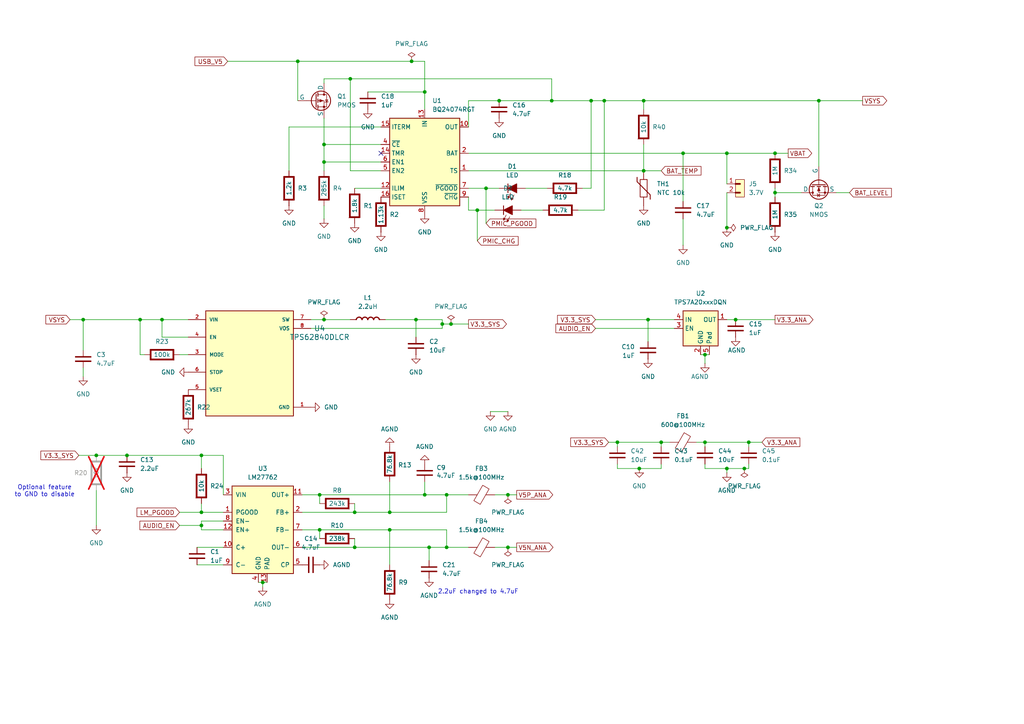
<source format=kicad_sch>
(kicad_sch (version 20231120) (generator "eeschema") (generator_version "8.0")
  (paper "A4")
  (lib_symbols
    (symbol "Battery_Management:BQ24074RGT"
      (property "Reference" "U" (at -8.89 13.97 0))
      (property "Value" "BQ24074RGT" (at 16.51 13.97 0))
      (symbol "BQ24074RGT_1_1"
        (pin passive line (at 12.7 -2.54 180) (length 2.54) (name "TS") (number "1"))
        (pin power_out line (at 12.7 10.16 180) (length 2.54) (name "OUT") (number "10"))
        (pin passive line (at 12.7 10.16 180) (length 2.54) hide (name "OUT") (number "11"))
        (pin passive line (at -12.7 -7.62 0) (length 2.54) (name "ILIM") (number "12"))
        (pin power_in line (at 0 15.24 270) (length 2.54) (name "IN") (number "13"))
        (pin input line (at -12.7 2.54 0) (length 2.54) (name "TMR") (number "14"))
        (pin input line (at -12.7 10.16 0) (length 2.54) (name "ITERM") (number "15"))
        (pin passive line (at -12.7 -10.16 0) (length 2.54) (name "ISET") (number "16"))
        (pin passive line (at 0 -15.24 90) (length 2.54) hide (name "VSS") (number "17"))
        (pin power_out line (at 12.7 2.54 180) (length 2.54) (name "BAT") (number "2"))
        (pin passive line (at 12.7 2.54 180) (length 2.54) hide (name "BAT") (number "3"))
        (pin input line (at -12.7 5.08 0) (length 2.54) (name "~{CE}") (number "4"))
        (pin input line (at -12.7 -2.54 0) (length 2.54) (name "EN2") (number "5"))
        (pin input line (at -12.7 0 0) (length 2.54) (name "EN1") (number "6"))
        (pin open_collector line (at 12.7 -7.62 180) (length 2.54) (name "~{PGOOD}") (number "7"))
        (pin power_in line (at 0 -15.24 90) (length 2.54) (name "VSS") (number "8"))
        (pin open_collector line (at 12.7 -10.16 180) (length 2.54) (name "~{CHG}") (number "9"))
      )
    )
    (symbol "Device:FerriteBead" (pin_numbers hide) (pin_names (offset 0))
      (property "Reference" "FB" (at -3.81 0.635 90))
      (property "Value" "FerriteBead" (at 3.81 0 90))
      (symbol "FerriteBead_1_1"
        (pin passive line (at 0 3.81 270) (length 2.54) (name "~") (number "1"))
        (pin passive line (at 0 -3.81 90) (length 2.54) (name "~") (number "2"))
      )
    )
    (symbol "Device:Thermistor" (pin_numbers hide) (pin_names (offset 0))
      (property "Reference" "TH" (at 2.54 1.27 90))
      (property "Value" "Thermistor" (at -2.54 0 90))
      (symbol "Thermistor_1_1"
        (pin passive line (at 0 5.08 270) (length 2.54) (name "~") (number "1"))
        (pin passive line (at 0 -5.08 90) (length 2.54) (name "~") (number "2"))
      )
    )
    (symbol "PCM_Elektuur:L" (pin_numbers hide) (pin_names (offset 0) hide)
      (property "Reference" "L" (at 2.54 3.175 0))
      (property "Value" "L" (at 2.54 -3.175 0))
      (symbol "L_1_0"
        (pin passive line (at 0 5.08 270) (length 1.5748) (name "+") (number "1"))
        (pin passive line (at 0 -5.08 90) (length 1.5748) (name "-") (number "2"))
      )
    )
    (symbol "PCM_Elektuur:R" (pin_numbers hide) (pin_names (offset 0) hide)
      (property "Reference" "R" (at 2.54 3.175 0))
      (property "Value" "R" (at 0 0 90))
      (symbol "R_1_1"
        (pin passive line (at 0 5.08 270) (length 1.651) (name "+") (number "1"))
        (pin passive line (at 0 -5.08 90) (length 1.651) (name "-") (number "2"))
      )
      (symbol "R_1_2"
        (pin passive line (at 0 5.08 270) (length 1.651) (name "+") (number "1"))
        (pin passive line (at 0 -5.08 90) (length 1.651) (name "-") (number "2"))
      )
      (symbol "R_1_3"
        (pin passive line (at 0 5.08 270) (length 1.6002) (name "+") (number "1"))
        (pin passive line (at 0 -5.08 90) (length 1.6002) (name "-") (number "2"))
      )
      (symbol "R_1_4"
        (pin passive line (at 0 5.08 270) (length 0.5334) (name "+") (number "1"))
        (pin passive line (at 0 -5.08 90) (length 0.5334) (name "-") (number "2"))
      )
    )
    (symbol "PCM_LED_AKL:LED_PLCC2_2.2x1.6" (pin_numbers hide) (pin_names (offset 1.016) hide)
      (property "Reference" "LED" (at 0 7.62 0))
      (property "Value" "LED_PLCC2_2.2x1.6" (at 0 5.08 0))
      (symbol "LED_PLCC2_2.2x1.6_1_1"
        (pin passive line (at 3.81 0 180) (length 2.54) (name "K") (number "1"))
        (pin passive line (at -3.81 0 0) (length 2.54) (name "A") (number "2"))
      )
      (symbol "LED_PLCC2_2.2x1.6_1_2"
        (pin passive line (at 2.54 2.54 180) (length 0) (name "K") (number "1"))
        (pin passive line (at -2.54 -2.54 0) (length 0) (name "A") (number "2"))
      )
    )
    (symbol "PCM_SL_Devices:Capacitor_NP"
      (property "Reference" "C" (at 0 6.35 0))
      (property "Value" "Capacitor_NP" (at 0 3.81 0))
      (symbol "Capacitor_NP_1_1"
        (pin passive line (at -2.54 0 0) (length 2) (name "~") (number "1"))
        (pin input line (at 2.54 0 180) (length 2) (name "~") (number "2"))
      )
    )
    (symbol "PCM_SL_Pin_Headers:PINHD_1x2_Male"
      (property "Reference" "J" (at 0 6.35 0))
      (property "Value" "PINHD_1x2_Male" (at 0 3.81 0))
      (symbol "PINHD_1x2_Male_1_1"
        (pin passive line (at -3.81 1.27 0) (length 2.54) (name "") (number "1"))
        (pin passive line (at -3.81 -1.27 0) (length 2.54) (name "") (number "2"))
      )
    )
    (symbol "Regulator_Linear:TPS7A20xxxDQN"
      (property "Reference" "U" (at -3.81 6.35 0))
      (property "Value" "TPS7A20xxxDQN" (at 6.35 6.35 0))
      (symbol "TPS7A20xxxDQN_0_1"
        (pin power_out line (at 7.62 2.54 180) (length 2.54) (name "OUT") (number "1"))
        (pin power_in line (at 0 -7.62 90) (length 2.54) (name "GND") (number "2"))
        (pin input line (at -7.62 0 0) (length 2.54) (name "EN") (number "3"))
        (pin power_in line (at -7.62 2.54 0) (length 2.54) (name "IN") (number "4"))
      )
      (symbol "TPS7A20xxxDQN_1_1"
        (pin passive line (at 2.54 -7.62 90) (length 2.54) (name "Pad") (number "5"))
      )
    )
    (symbol "Regulator_SwitchedCapacitor:LM27762" (pin_names (offset 1.016))
      (property "Reference" "U" (at -6.604 8.89 0))
      (property "Value" "LM27762" (at 6.096 8.89 0))
      (symbol "LM27762_1_1"
        (pin open_collector line (at -10.16 0 0) (length 2.54) (name "PGOOD") (number "1"))
        (pin passive line (at -10.16 -10.16 0) (length 2.54) (name "C+") (number "10"))
        (pin power_out line (at 12.7 5.08 180) (length 2.54) (name "OUT+") (number "11"))
        (pin input line (at -10.16 -5.08 0) (length 2.54) (name "EN+") (number "12"))
        (pin power_in line (at 2.54 -20.32 90) (length 2.54) (name "PAD") (number "13"))
        (pin input line (at 12.7 0 180) (length 2.54) (name "FB+") (number "2"))
        (pin power_in line (at -10.16 5.08 0) (length 2.54) (name "VIN") (number "3"))
        (pin power_in line (at 0 -20.32 90) (length 2.54) (name "GND") (number "4"))
        (pin passive line (at 12.7 -15.24 180) (length 2.54) (name "CP") (number "5"))
        (pin power_out line (at 12.7 -10.16 180) (length 2.54) (name "OUT-") (number "6"))
        (pin input line (at 12.7 -5.08 180) (length 2.54) (name "FB-") (number "7"))
        (pin input line (at -10.16 -2.54 0) (length 2.54) (name "EN-") (number "8"))
        (pin passive line (at -10.16 -15.24 0) (length 2.54) (name "C-") (number "9"))
      )
    )
    (symbol "Simulation_SPICE:NMOS" (pin_numbers hide) (pin_names (offset 0))
      (property "Reference" "Q" (at 5.08 1.27 0))
      (property "Value" "NMOS" (at 5.08 -1.27 0))
      (symbol "NMOS_1_1"
        (pin passive line (at 2.54 5.08 270) (length 2.54) (name "D") (number "1"))
        (pin input line (at -5.08 0 0) (length 2.54) (name "G") (number "2"))
        (pin passive line (at 2.54 -5.08 90) (length 2.54) (name "S") (number "3"))
      )
    )
    (symbol "Simulation_SPICE:PMOS" (pin_numbers hide) (pin_names (offset 0))
      (property "Reference" "Q" (at 5.08 1.27 0))
      (property "Value" "PMOS" (at 5.08 -1.27 0))
      (symbol "PMOS_1_1"
        (pin passive line (at 2.54 5.08 270) (length 2.54) (name "D") (number "1"))
        (pin input line (at -5.08 0 0) (length 2.54) (name "G") (number "2"))
        (pin passive line (at 2.54 -5.08 90) (length 2.54) (name "S") (number "3"))
      )
    )
    (symbol "power:GND" (power) (pin_numbers hide) (pin_names (offset 0) hide)
      (property "Value" "GND" (at 0 -3.81 0))
      (symbol "GND_1_1"
        (pin power_in line (at 0 0 270) (length 0) (name "~") (number "1"))
      )
    )
    (symbol "power:PWR_FLAG" (power) (pin_numbers hide) (pin_names (offset 0) hide)
      (property "Value" "PWR_FLAG" (at 0 3.81 0))
      (symbol "PWR_FLAG_0_0"
        (pin power_out line (at 0 0 90) (length 0) (name "~") (number "1"))
      )
    )
    (symbol "uwu:TPS62840DLCR" (pin_names (offset 1.016))
      (property "Reference" "U" (at -12.7 16.24 0))
      (property "Value" "TPS62840DLCR" (at -12.7 -19.24 0))
      (symbol "TPS62840DLCR_0_0"
        (pin power_in line (at 17.78 -12.7 180) (length 5.08) (name "GND") (number "1"))
        (pin power_in line (at -17.78 12.7 0) (length 5.08) (name "VIN") (number "2"))
        (pin input line (at -17.78 2.54 0) (length 5.08) (name "MODE") (number "3"))
        (pin input line (at -17.78 7.62 0) (length 5.08) (name "EN") (number "4"))
        (pin input line (at -17.78 -7.62 0) (length 5.08) (name "VSET") (number "5"))
        (pin input line (at -17.78 -2.54 0) (length 5.08) (name "STOP") (number "6"))
        (pin power_in line (at 17.78 12.7 180) (length 5.08) (name "SW") (number "7"))
        (pin input line (at 17.78 10.16 180) (length 5.08) (name "VOS") (number "8"))
      )
    )
  )
  (junction (at 123.19 143.51))
  (junction (at 175.26 29.21))
  (junction (at 186.69 49.53))
  (junction (at 24.13 92.71))
  (junction (at 224.79 44.45))
  (junction (at 102.87 148.59))
  (junction (at 93.98 41.91))
  (junction (at 86.36 17.78))
  (junction (at 36.83 132.08))
  (junction (at 102.87 158.75))
  (junction (at 185.42 135.89))
  (junction (at 113.03 148.59))
  (junction (at 237.49 29.21))
  (junction (at 76.2 168.91))
  (junction (at 179.07 128.27))
  (junction (at 171.45 29.21))
  (junction (at 120.65 92.71))
  (junction (at 217.17 128.27))
  (junction (at 224.79 55.88))
  (junction (at 113.03 153.67))
  (junction (at 140.97 54.61))
  (junction (at 215.9 135.89))
  (junction (at 40.64 92.71))
  (junction (at 213.36 92.71))
  (junction (at 147.32 158.75))
  (junction (at 124.46 158.75))
  (junction (at 210.82 44.45))
  (junction (at 191.77 128.27))
  (junction (at 92.71 153.67))
  (junction (at 210.82 135.89))
  (junction (at 198.12 44.45))
  (junction (at 210.82 66.04))
  (junction (at 58.42 132.08))
  (junction (at 92.71 143.51))
  (junction (at 187.96 92.71))
  (junction (at 204.47 128.27))
  (junction (at 93.98 92.71))
  (junction (at 147.32 143.51))
  (junction (at 101.6 22.86))
  (junction (at 128.27 93.98))
  (junction (at 119.38 17.78))
  (junction (at 204.47 102.87))
  (junction (at 138.43 60.96))
  (junction (at 160.02 29.21))
  (junction (at 186.69 29.21))
  (junction (at 130.81 93.98))
  (junction (at 123.19 26.67))
  (junction (at 129.54 143.51))
  (junction (at 58.42 148.59))
  (junction (at 129.54 158.75))
  (junction (at 46.99 92.71))
  (junction (at 93.98 46.99))
  (junction (at 58.42 152.4))
  (junction (at 27.94 132.08))
  (junction (at 144.78 29.21))
  (no_connect (at 110.49 44.45))
  (wire (pts (xy 52.07 152.4) (xy 58.42 152.4)))
  (wire (pts (xy 175.26 29.21) (xy 175.26 60.96)))
  (wire (pts (xy 40.64 102.87) (xy 41.91 102.87)))
  (wire (pts (xy 198.12 44.45) (xy 198.12 58.42)))
  (wire (pts (xy 186.69 29.21) (xy 237.49 29.21)))
  (wire (pts (xy 185.42 135.89) (xy 191.77 135.89)))
  (wire (pts (xy 143.51 158.75) (xy 147.32 158.75)))
  (wire (pts (xy 76.2 168.91) (xy 74.93 168.91)))
  (wire (pts (xy 128.27 93.98) (xy 128.27 95.25)))
  (wire (pts (xy 113.03 148.59) (xy 129.54 148.59)))
  (wire (pts (xy 113.03 153.67) (xy 129.54 153.67)))
  (wire (pts (xy 58.42 132.08) (xy 58.42 135.89)))
  (wire (pts (xy 179.07 135.89) (xy 185.42 135.89)))
  (wire (pts (xy 242.57 55.88) (xy 246.38 55.88)))
  (wire (pts (xy 138.43 60.96) (xy 143.51 60.96)))
  (wire (pts (xy 143.51 143.51) (xy 147.32 143.51)))
  (wire (pts (xy 210.82 44.45) (xy 224.79 44.45)))
  (wire (pts (xy 57.15 158.75) (xy 64.77 158.75)))
  (wire (pts (xy 123.19 26.67) (xy 123.19 17.78)))
  (wire (pts (xy 123.19 31.75) (xy 123.19 26.67)))
  (wire (pts (xy 191.77 128.27) (xy 191.77 129.54)))
  (wire (pts (xy 204.47 135.89) (xy 210.82 135.89)))
  (wire (pts (xy 191.77 135.89) (xy 191.77 134.62)))
  (wire (pts (xy 130.81 93.98) (xy 135.89 93.98)))
  (wire (pts (xy 92.71 153.67) (xy 113.03 153.67)))
  (wire (pts (xy 113.03 139.7) (xy 113.03 148.59)))
  (wire (pts (xy 210.82 135.89) (xy 215.9 135.89)))
  (wire (pts (xy 187.96 92.71) (xy 187.96 99.06)))
  (wire (pts (xy 224.79 55.88) (xy 232.41 55.88)))
  (wire (pts (xy 198.12 44.45) (xy 210.82 44.45)))
  (wire (pts (xy 210.82 55.88) (xy 210.82 66.04)))
  (wire (pts (xy 24.13 92.71) (xy 24.13 101.6)))
  (wire (pts (xy 186.69 41.91) (xy 186.69 49.53)))
  (wire (pts (xy 93.98 34.29) (xy 93.98 41.91)))
  (wire (pts (xy 151.13 60.96) (xy 157.48 60.96)))
  (wire (pts (xy 90.17 92.71) (xy 93.98 92.71)))
  (wire (pts (xy 120.65 92.71) (xy 120.65 97.79)))
  (wire (pts (xy 87.63 158.75) (xy 102.87 158.75)))
  (wire (pts (xy 58.42 132.08) (xy 64.77 132.08)))
  (wire (pts (xy 46.99 92.71) (xy 54.61 92.71)))
  (wire (pts (xy 123.19 143.51) (xy 129.54 143.51)))
  (wire (pts (xy 237.49 29.21) (xy 250.19 29.21)))
  (wire (pts (xy 86.36 17.78) (xy 119.38 17.78)))
  (wire (pts (xy 101.6 22.86) (xy 93.98 22.86)))
  (wire (pts (xy 111.76 92.71) (xy 120.65 92.71)))
  (wire (pts (xy 101.6 49.53) (xy 101.6 22.86)))
  (wire (pts (xy 93.98 46.99) (xy 110.49 46.99)))
  (wire (pts (xy 167.64 60.96) (xy 175.26 60.96)))
  (wire (pts (xy 204.47 128.27) (xy 217.17 128.27)))
  (wire (pts (xy 210.82 44.45) (xy 210.82 53.34)))
  (wire (pts (xy 40.64 92.71) (xy 46.99 92.71)))
  (wire (pts (xy 87.63 148.59) (xy 102.87 148.59)))
  (wire (pts (xy 86.36 17.78) (xy 86.36 29.21)))
  (wire (pts (xy 102.87 158.75) (xy 124.46 158.75)))
  (wire (pts (xy 24.13 106.68) (xy 24.13 109.22)))
  (wire (pts (xy 102.87 146.05) (xy 102.87 148.59)))
  (wire (pts (xy 93.98 92.71) (xy 101.6 92.71)))
  (wire (pts (xy 210.82 92.71) (xy 213.36 92.71)))
  (wire (pts (xy 128.27 93.98) (xy 128.27 92.71)))
  (wire (pts (xy 113.03 153.67) (xy 113.03 163.83)))
  (wire (pts (xy 138.43 60.96) (xy 135.89 60.96)))
  (wire (pts (xy 144.78 29.21) (xy 160.02 29.21)))
  (wire (pts (xy 135.89 49.53) (xy 186.69 49.53)))
  (wire (pts (xy 102.87 156.21) (xy 102.87 158.75)))
  (wire (pts (xy 204.47 102.87) (xy 205.74 102.87)))
  (wire (pts (xy 160.02 29.21) (xy 171.45 29.21)))
  (wire (pts (xy 83.82 36.83) (xy 83.82 49.53)))
  (wire (pts (xy 186.69 49.53) (xy 191.77 49.53)))
  (wire (pts (xy 172.72 92.71) (xy 187.96 92.71)))
  (wire (pts (xy 76.2 170.18) (xy 76.2 168.91)))
  (wire (pts (xy 52.07 148.59) (xy 58.42 148.59)))
  (wire (pts (xy 129.54 153.67) (xy 129.54 158.75)))
  (wire (pts (xy 224.79 54.61) (xy 224.79 55.88)))
  (wire (pts (xy 87.63 153.67) (xy 92.71 153.67)))
  (wire (pts (xy 93.98 22.86) (xy 93.98 24.13)))
  (wire (pts (xy 140.97 54.61) (xy 144.78 54.61)))
  (wire (pts (xy 147.32 143.51) (xy 149.86 143.51)))
  (wire (pts (xy 135.89 36.83) (xy 135.89 29.21)))
  (wire (pts (xy 124.46 158.75) (xy 129.54 158.75)))
  (wire (pts (xy 215.9 135.89) (xy 217.17 135.89)))
  (wire (pts (xy 66.04 17.78) (xy 86.36 17.78)))
  (wire (pts (xy 210.82 135.89) (xy 210.82 137.16)))
  (wire (pts (xy 135.89 29.21) (xy 144.78 29.21)))
  (wire (pts (xy 135.89 60.96) (xy 135.89 57.15)))
  (wire (pts (xy 204.47 128.27) (xy 204.47 129.54)))
  (wire (pts (xy 64.77 153.67) (xy 58.42 153.67)))
  (wire (pts (xy 179.07 134.62) (xy 179.07 135.89)))
  (wire (pts (xy 187.96 92.71) (xy 195.58 92.71)))
  (wire (pts (xy 40.64 102.87) (xy 40.64 92.71)))
  (wire (pts (xy 179.07 128.27) (xy 179.07 129.54)))
  (wire (pts (xy 93.98 41.91) (xy 93.98 46.99)))
  (wire (pts (xy 142.24 119.38) (xy 147.32 119.38)))
  (wire (pts (xy 179.07 128.27) (xy 191.77 128.27)))
  (wire (pts (xy 36.83 132.08) (xy 58.42 132.08)))
  (wire (pts (xy 224.79 44.45) (xy 228.6 44.45)))
  (wire (pts (xy 171.45 29.21) (xy 175.26 29.21)))
  (wire (pts (xy 92.71 143.51) (xy 92.71 146.05)))
  (wire (pts (xy 147.32 158.75) (xy 149.86 158.75)))
  (wire (pts (xy 106.68 26.67) (xy 123.19 26.67)))
  (wire (pts (xy 120.65 92.71) (xy 128.27 92.71)))
  (wire (pts (xy 90.17 95.25) (xy 128.27 95.25)))
  (wire (pts (xy 101.6 22.86) (xy 160.02 22.86)))
  (wire (pts (xy 58.42 146.05) (xy 58.42 148.59)))
  (wire (pts (xy 168.91 54.61) (xy 171.45 54.61)))
  (wire (pts (xy 217.17 128.27) (xy 217.17 129.54)))
  (wire (pts (xy 124.46 158.75) (xy 124.46 162.56)))
  (wire (pts (xy 160.02 22.86) (xy 160.02 29.21)))
  (wire (pts (xy 171.45 29.21) (xy 171.45 54.61)))
  (wire (pts (xy 58.42 153.67) (xy 58.42 152.4)))
  (wire (pts (xy 119.38 17.78) (xy 123.19 17.78)))
  (wire (pts (xy 204.47 102.87) (xy 204.47 105.41)))
  (wire (pts (xy 217.17 135.89) (xy 217.17 134.62)))
  (wire (pts (xy 138.43 60.96) (xy 138.43 69.85)))
  (wire (pts (xy 191.77 128.27) (xy 194.31 128.27)))
  (wire (pts (xy 140.97 54.61) (xy 140.97 64.77)))
  (wire (pts (xy 93.98 41.91) (xy 110.49 41.91)))
  (wire (pts (xy 58.42 151.13) (xy 64.77 151.13)))
  (wire (pts (xy 175.26 29.21) (xy 186.69 29.21)))
  (wire (pts (xy 128.27 93.98) (xy 130.81 93.98)))
  (wire (pts (xy 57.15 163.83) (xy 64.77 163.83)))
  (wire (pts (xy 64.77 143.51) (xy 64.77 132.08)))
  (wire (pts (xy 58.42 148.59) (xy 64.77 148.59)))
  (wire (pts (xy 152.4 54.61) (xy 158.75 54.61)))
  (wire (pts (xy 217.17 128.27) (xy 220.98 128.27)))
  (wire (pts (xy 198.12 63.5) (xy 198.12 71.12)))
  (wire (pts (xy 135.89 44.45) (xy 198.12 44.45)))
  (wire (pts (xy 52.07 102.87) (xy 54.61 102.87)))
  (wire (pts (xy 129.54 143.51) (xy 135.89 143.51)))
  (wire (pts (xy 213.36 92.71) (xy 224.79 92.71)))
  (wire (pts (xy 46.99 97.79) (xy 46.99 92.71)))
  (wire (pts (xy 87.63 143.51) (xy 92.71 143.51)))
  (wire (pts (xy 204.47 102.87) (xy 203.2 102.87)))
  (wire (pts (xy 102.87 54.61) (xy 110.49 54.61)))
  (wire (pts (xy 92.71 153.67) (xy 92.71 156.21)))
  (wire (pts (xy 54.61 97.79) (xy 46.99 97.79)))
  (wire (pts (xy 92.71 143.51) (xy 123.19 143.51)))
  (wire (pts (xy 110.49 49.53) (xy 101.6 49.53)))
  (wire (pts (xy 172.72 95.25) (xy 195.58 95.25)))
  (wire (pts (xy 27.94 132.08) (xy 36.83 132.08)))
  (wire (pts (xy 27.94 142.24) (xy 27.94 152.4)))
  (wire (pts (xy 24.13 92.71) (xy 40.64 92.71)))
  (wire (pts (xy 123.19 143.51) (xy 123.19 139.7)))
  (wire (pts (xy 237.49 29.21) (xy 237.49 48.26)))
  (wire (pts (xy 129.54 158.75) (xy 135.89 158.75)))
  (wire (pts (xy 58.42 152.4) (xy 58.42 151.13)))
  (wire (pts (xy 83.82 36.83) (xy 110.49 36.83)))
  (wire (pts (xy 129.54 148.59) (xy 129.54 143.51)))
  (wire (pts (xy 93.98 46.99) (xy 93.98 49.53)))
  (wire (pts (xy 224.79 55.88) (xy 224.79 57.15)))
  (wire (pts (xy 76.2 168.91) (xy 77.47 168.91)))
  (wire (pts (xy 204.47 134.62) (xy 204.47 135.89)))
  (wire (pts (xy 93.98 59.69) (xy 93.98 63.5)))
  (wire (pts (xy 27.94 132.08) (xy 22.86 132.08)))
  (wire (pts (xy 201.93 128.27) (xy 204.47 128.27)))
  (wire (pts (xy 102.87 148.59) (xy 113.03 148.59)))
  (wire (pts (xy 186.69 29.21) (xy 186.69 31.75)))
  (wire (pts (xy 20.32 92.71) (xy 24.13 92.71)))
  (wire (pts (xy 135.89 54.61) (xy 140.97 54.61)))
  (wire (pts (xy 176.53 128.27) (xy 179.07 128.27)))
  (text "Optional feature\nto GND to disable" (at 12.954 142.494 0) (effects (font (size 1.27 1.27))))
  (text "2.2uF changed to 4.7uF" (at 138.684 171.704 0) (effects (font (size 1.27 1.27))))
  (global_label "VSYS" (shape output) (at 250.19 29.21 0) (property "Intersheetrefs" "${INTERSHEET_REFS}" (effects (hide yes))))
  (global_label "LM_PGOOD" (shape input) (at 52.07 148.59 180) (property "Intersheetrefs" "${INTERSHEET_REFS}" (effects (hide yes))))
  (global_label "BAT_LEVEL" (shape input) (at 246.38 55.88 0) (property "Intersheetrefs" "${INTERSHEET_REFS}" (effects (hide yes))))
  (global_label "V3.3_SYS" (shape output) (at 135.89 93.98 0) (property "Intersheetrefs" "${INTERSHEET_REFS}" (effects (hide yes))))
  (global_label "VBAT" (shape output) (at 228.6 44.45 0) (property "Intersheetrefs" "${INTERSHEET_REFS}" (effects (hide yes))))
  (global_label "USB_V5" (shape input) (at 66.04 17.78 180) (property "Intersheetrefs" "${INTERSHEET_REFS}" (effects (hide yes))))
  (global_label "V5N_ANA" (shape output) (at 149.86 158.75 0) (property "Intersheetrefs" "${INTERSHEET_REFS}" (effects (hide yes))))
  (global_label "PMIC_CHG" (shape input) (at 138.43 69.85 0) (property "Intersheetrefs" "${INTERSHEET_REFS}" (effects (hide yes))))
  (global_label "V3.3_ANA" (shape input) (at 220.98 128.27 0) (property "Intersheetrefs" "${INTERSHEET_REFS}" (effects (hide yes))))
  (global_label "VSYS" (shape input) (at 20.32 92.71 180) (property "Intersheetrefs" "${INTERSHEET_REFS}" (effects (hide yes))))
  (global_label "AUDIO_EN" (shape input) (at 172.72 95.25 180) (property "Intersheetrefs" "${INTERSHEET_REFS}" (effects (hide yes))))
  (global_label "AUDIO_EN" (shape input) (at 52.07 152.4 180) (property "Intersheetrefs" "${INTERSHEET_REFS}" (effects (hide yes))))
  (global_label "PMIC_PGOOD" (shape input) (at 140.97 64.77 0) (property "Intersheetrefs" "${INTERSHEET_REFS}" (effects (hide yes))))
  (global_label "V3.3_SYS" (shape input) (at 176.53 128.27 180) (property "Intersheetrefs" "${INTERSHEET_REFS}" (effects (hide yes))))
  (global_label "V3.3_SYS" (shape input) (at 172.72 92.71 180) (property "Intersheetrefs" "${INTERSHEET_REFS}" (effects (hide yes))))
  (global_label "V3.3_SYS" (shape input) (at 22.86 132.08 180) (property "Intersheetrefs" "${INTERSHEET_REFS}" (effects (hide yes))))
  (global_label "BAT_TEMP" (shape input) (at 191.77 49.53 0) (property "Intersheetrefs" "${INTERSHEET_REFS}" (effects (hide yes))))
  (global_label "V5P_ANA" (shape output) (at 149.86 143.51 0) (property "Intersheetrefs" "${INTERSHEET_REFS}" (effects (hide yes))))
  (global_label "V3.3_ANA" (shape output) (at 224.79 92.71 0) (property "Intersheetrefs" "${INTERSHEET_REFS}" (effects (hide yes))))
  (symbol (lib_id "power:GND") (at 24.13 109.22 0) (unit 1)
    (property "Reference" "#PWR058" (effects (hide yes)))
    (property "Value" "GND" (at 24.13 114.3 0))
    (property "Description" "Power symbol creates a global label with name \"GND\" , ground" (effects (hide yes)))
  )
  (symbol (lib_id "PCM_Elektuur:R") (at 163.83 54.61 90) (unit 1)
    (property "Reference" "R18" (at 163.83 50.8 90))
    (property "Value" "4.7k" (at 163.83 54.61 90))
    (property "Footprint" "Resistor_SMD:R_0603_1608Metric" (effects (hide yes)))
    (property "Description" "resistor" (effects (hide yes)))
    (property "Indicator" "+" (effects (hide yes)))
    (property "Rating" "W" (effects (hide yes)))
  )
  (symbol (lib_id "PCM_SL_Pin_Headers:PINHD_1x2_Male") (at 214.63 54.61 0) (unit 1)
    (property "Reference" "J5" (at 217.17 53.3399 0) (effects (justify left)))
    (property "Value" "3.7V" (at 217.17 55.8799 0) (effects (justify left)))
    (property "Footprint" "uwu:CONN_B2B-ZR-SM4-TF_JST" (effects (hide yes)))
    (property "Description" "Pin Header male with pin space 2.54mm. Pin Count -2" (effects (hide yes)))
  )
  (symbol (lib_id "power:GND") (at 92.71 163.83 90) (unit 1)
    (property "Reference" "#PWR057" (effects (hide yes)))
    (property "Value" "AGND" (at 96.52 163.8299 90) (effects (justify right)))
    (property "Description" "Power symbol creates a global label with name \"GND\" , ground" (effects (hide yes)))
  )
  (symbol (lib_id "power:GND") (at 113.03 173.99 0) (unit 1)
    (property "Reference" "#PWR060" (effects (hide yes)))
    (property "Value" "AGND" (at 113.03 179.07 0))
    (property "Description" "Power symbol creates a global label with name \"GND\" , ground" (effects (hide yes)))
  )
  (symbol (lib_id "PCM_SL_Devices:Capacitor_NP") (at 217.17 132.08 90) (unit 1)
    (property "Reference" "C45" (at 220.98 130.8099 90) (effects (justify right)))
    (property "Value" "0.1uF" (at 220.98 133.3499 90) (effects (justify right)))
    (property "Footprint" "Capacitor_SMD:C_0603_1608Metric" (effects (hide yes)))
    (property "Description" "Unpolarized Capacitor" (effects (hide yes)))
  )
  (symbol (lib_id "power:GND") (at 27.94 152.4 0) (unit 1)
    (property "Reference" "#PWR067" (effects (hide yes)))
    (property "Value" "GND" (at 27.94 157.48 0))
    (property "Description" "Power symbol creates a global label with name \"GND\" , ground" (effects (hide yes)))
  )
  (symbol (lib_id "PCM_Elektuur:R") (at 162.56 60.96 90) (unit 1)
    (property "Reference" "R19" (at 162.56 57.15 90))
    (property "Value" "4.7k" (at 162.56 60.96 90))
    (property "Footprint" "Resistor_SMD:R_0603_1608Metric" (effects (hide yes)))
    (property "Description" "resistor" (effects (hide yes)))
    (property "Indicator" "+" (effects (hide yes)))
    (property "Rating" "W" (effects (hide yes)))
  )
  (symbol (lib_id "PCM_Elektuur:R") (at 46.99 102.87 90) (unit 1)
    (property "Reference" "R23" (at 46.99 99.06 90))
    (property "Value" "100k" (at 46.99 102.87 90))
    (property "Footprint" "Resistor_SMD:R_0603_1608Metric" (effects (hide yes)))
    (property "Description" "resistor" (effects (hide yes)))
    (property "Indicator" "+" (effects (hide yes)))
    (property "Rating" "W" (effects (hide yes)))
  )
  (symbol (lib_id "Simulation_SPICE:NMOS") (at 237.49 53.34 90) (mirror x) (unit 1)
    (property "Reference" "Q2" (at 237.49 59.69 90))
    (property "Value" "NMOS" (at 237.49 62.23 90))
    (property "Footprint" "Package_TO_SOT_SMD:SOT-23" (effects (hide yes)))
    (property "Datasheet" "https://ngspice.sourceforge.io/docs/ngspice-html-manual/manual.xhtml#cha_MOSFETs" (effects (hide yes)))
    (property "Description" "N-MOSFET transistor, drain/source/gate" (effects (hide yes)))
    (property "Sim.Device" "NMOS" (effects (hide yes)))
    (property "Sim.Type" "VDMOS" (effects (hide yes)))
    (property "Sim.Pins" "1=D 2=G 3=S" (effects (hide yes)))
  )
  (symbol (lib_id "Device:Thermistor") (at 186.69 54.61 0) (unit 1)
    (property "Reference" "TH1" (at 190.5 53.3399 0) (effects (justify left)))
    (property "Value" "NTC 10k" (at 190.5 55.8799 0) (effects (justify left)))
    (property "Footprint" "Resistor_SMD:R_0603_1608Metric" (effects (hide yes)))
    (property "Description" "Temperature dependent resistor" (effects (hide yes)))
  )
  (symbol (lib_id "power:GND") (at 144.78 34.29 0) (unit 1)
    (property "Reference" "#PWR050" (effects (hide yes)))
    (property "Value" "GND" (at 144.78 39.37 0))
    (property "Description" "Power symbol creates a global label with name \"GND\" , ground" (effects (hide yes)))
  )
  (symbol (lib_id "power:GND") (at 213.36 97.79 0) (unit 1)
    (property "Reference" "#PWR070" (effects (hide yes)))
    (property "Value" "AGND" (at 211.074 101.6 0) (effects (justify left)))
    (property "Description" "Power symbol creates a global label with name \"GND\" , ground" (effects (hide yes)))
  )
  (symbol (lib_id "power:GND") (at 187.96 104.14 0) (unit 1)
    (property "Reference" "#PWR069" (effects (hide yes)))
    (property "Value" "GND" (at 187.96 109.22 0))
    (property "Description" "Power symbol creates a global label with name \"GND\" , ground" (effects (hide yes)))
  )
  (symbol (lib_id "power:PWR_FLAG") (at 147.32 158.75 180) (unit 1)
    (property "Reference" "#FLG09" (effects (hide yes)))
    (property "Value" "PWR_FLAG" (at 147.32 163.83 0))
    (property "Description" "Special symbol for telling ERC where power comes from" (effects (hide yes)))
  )
  (symbol (lib_id "power:GND") (at 113.03 129.54 180) (unit 1)
    (property "Reference" "#PWR066" (effects (hide yes)))
    (property "Value" "AGND" (at 113.03 124.46 0))
    (property "Description" "Power symbol creates a global label with name \"GND\" , ground" (effects (hide yes)))
  )
  (symbol (lib_id "power:GND") (at 147.32 119.38 0) (unit 1)
    (property "Reference" "#PWR088" (effects (hide yes)))
    (property "Value" "AGND" (at 147.32 124.46 0))
    (property "Description" "Power symbol creates a global label with name \"GND\" , ground" (effects (hide yes)))
  )
  (symbol (lib_id "power:GND") (at 124.46 167.64 0) (unit 1)
    (property "Reference" "#PWR065" (effects (hide yes)))
    (property "Value" "AGND" (at 124.46 172.72 0))
    (property "Description" "Power symbol creates a global label with name \"GND\" , ground" (effects (hide yes)))
  )
  (symbol (lib_id "PCM_SL_Devices:Capacitor_NP") (at 123.19 137.16 270) (unit 1)
    (property "Reference" "C9" (at 129.286 135.636 90) (effects (justify right)))
    (property "Value" "4.7uF" (at 132.08 137.922 90) (effects (justify right)))
    (property "Footprint" "Capacitor_SMD:C_0603_1608Metric" (effects (hide yes)))
    (property "Description" "Unpolarized Capacitor" (effects (hide yes)))
  )
  (symbol (lib_id "PCM_Elektuur:R") (at 97.79 156.21 90) (unit 1)
    (property "Reference" "R10" (at 97.79 152.4 90))
    (property "Value" "238k" (at 97.79 156.21 90))
    (property "Footprint" "Resistor_SMD:R_0603_1608Metric" (effects (hide yes)))
    (property "Description" "resistor" (effects (hide yes)))
    (property "Indicator" "+" (effects (hide yes)))
    (property "Rating" "W" (effects (hide yes)))
  )
  (symbol (lib_id "Device:FerriteBead") (at 139.7 158.75 90) (unit 1)
    (property "Reference" "FB4" (at 139.6492 151.13 90))
    (property "Value" "1.5k@100MHz" (at 139.6492 153.67 90))
    (property "Footprint" "PCM_Ferrite_SMD_AKL:Ferrite_0603_1608Metric" (effects (hide yes)))
    (property "Description" "Ferrite bead" (effects (hide yes)))
  )
  (symbol (lib_id "PCM_Elektuur:R") (at 93.98 54.61 0) (unit 1)
    (property "Reference" "R4" (at 96.52 54.6099 0) (effects (justify left)))
    (property "Value" "285k" (at 93.98 54.61 90))
    (property "Footprint" "Resistor_SMD:R_0603_1608Metric" (effects (hide yes)))
    (property "Description" "resistor" (effects (hide yes)))
    (property "Indicator" "+" (effects (hide yes)))
    (property "Rating" "W" (effects (hide yes)))
  )
  (symbol (lib_id "PCM_SL_Devices:Capacitor_NP") (at 191.77 132.08 90) (unit 1)
    (property "Reference" "C43" (at 195.58 130.8099 90) (effects (justify right)))
    (property "Value" "0.1uF" (at 195.58 133.3499 90) (effects (justify right)))
    (property "Footprint" "Capacitor_SMD:C_0603_1608Metric" (effects (hide yes)))
    (property "Description" "Unpolarized Capacitor" (effects (hide yes)))
  )
  (symbol (lib_id "power:PWR_FLAG") (at 210.82 66.04 270) (unit 1)
    (property "Reference" "#FLG010" (effects (hide yes)))
    (property "Value" "PWR_FLAG" (at 214.63 66.0399 90) (effects (justify left)))
    (property "Description" "Special symbol for telling ERC where power comes from" (effects (hide yes)))
  )
  (symbol (lib_id "Regulator_SwitchedCapacitor:LM27762") (at 74.93 148.59 0) (unit 1)
    (property "Reference" "U3" (at 76.2 135.89 0))
    (property "Value" "LM27762" (at 76.2 138.43 0))
    (property "Footprint" "Package_SON:WSON-12-1EP_3x2mm_P0.5mm_EP1x2.65_ThermalVias" (effects (hide yes)))
    (property "Datasheet" "http://www.ti.com/lit/ds/symlink/lm27762.pdf" (effects (hide yes)))
    (property "Description" "Low-noise inverting charge pump with both positive and negative LDO's, with 2.7V-5.5V input to +1.5 to +5V and -1.5 to -5V Output Voltage, WSON-12" (effects (hide yes)))
  )
  (symbol (lib_id "PCM_SL_Devices:Capacitor_NP") (at 179.07 132.08 90) (unit 1)
    (property "Reference" "C42" (at 182.88 130.8099 90) (effects (justify right)))
    (property "Value" "10uF" (at 182.88 133.3499 90) (effects (justify right)))
    (property "Footprint" "Capacitor_Tantalum_SMD:CP_EIA-3528-21_Kemet-B" (effects (hide yes)))
    (property "Description" "Unpolarized Capacitor" (effects (hide yes)))
  )
  (symbol (lib_id "PCM_SL_Devices:Capacitor_NP") (at 124.46 165.1 90) (unit 1)
    (property "Reference" "C21" (at 128.27 163.8299 90) (effects (justify right)))
    (property "Value" "4.7uF" (at 128.27 166.3699 90) (effects (justify right)))
    (property "Footprint" "Capacitor_SMD:C_0603_1608Metric" (effects (hide yes)))
    (property "Description" "Unpolarized Capacitor" (effects (hide yes)))
  )
  (symbol (lib_id "power:GND") (at 186.69 59.69 0) (unit 1)
    (property "Reference" "#PWR096" (effects (hide yes)))
    (property "Value" "GND" (at 186.69 64.77 0))
    (property "Description" "Power symbol creates a global label with name \"GND\" , ground" (effects (hide yes)))
  )
  (symbol (lib_id "power:GND") (at 142.24 119.38 0) (unit 1)
    (property "Reference" "#PWR087" (effects (hide yes)))
    (property "Value" "GND" (at 142.24 124.46 0))
    (property "Description" "Power symbol creates a global label with name \"GND\" , ground" (effects (hide yes)))
  )
  (symbol (lib_id "PCM_Elektuur:R") (at 224.79 62.23 0) (unit 1)
    (property "Reference" "R35" (at 227.33 62.2299 0) (effects (justify left)))
    (property "Value" "1M" (at 224.79 62.23 90))
    (property "Footprint" "Resistor_SMD:R_0603_1608Metric" (effects (hide yes)))
    (property "Description" "resistor" (effects (hide yes)))
    (property "Indicator" "+" (effects (hide yes)))
    (property "Rating" "W" (effects (hide yes)))
  )
  (symbol (lib_id "PCM_Elektuur:R") (at 83.82 54.61 0) (unit 1)
    (property "Reference" "R3" (at 86.36 54.6099 0) (effects (justify left)))
    (property "Value" "1.2k" (at 83.82 54.61 90))
    (property "Footprint" "Resistor_SMD:R_0603_1608Metric" (effects (hide yes)))
    (property "Description" "resistor" (effects (hide yes)))
    (property "Indicator" "+" (effects (hide yes)))
    (property "Rating" "W" (effects (hide yes)))
  )
  (symbol (lib_id "PCM_LED_AKL:LED_PLCC2_2.2x1.6") (at 147.32 60.96 180) (unit 1)
    (property "Reference" "D2" (at 147.32 54.61 0))
    (property "Value" "LED" (at 147.32 57.15 0))
    (property "Footprint" "PCM_LED_SMD_AKL:LED_PLCC-2_2216" (effects (hide yes)))
    (property "Description" "SMD LED, PLCC2 2.2mm length, 1.6mm width, Alternate KiCad Library" (effects (hide yes)))
  )
  (symbol (lib_id "power:PWR_FLAG") (at 215.9 135.89 180) (unit 1)
    (property "Reference" "#FLG07" (effects (hide yes)))
    (property "Value" "PWR_FLAG" (at 215.9 140.97 0))
    (property "Description" "Special symbol for telling ERC where power comes from" (effects (hide yes)))
  )
  (symbol (lib_id "PCM_SL_Devices:Capacitor_NP") (at 24.13 104.14 90) (unit 1)
    (property "Reference" "C3" (at 27.94 102.8699 90) (effects (justify right)))
    (property "Value" "4.7uF" (at 27.94 105.4099 90) (effects (justify right)))
    (property "Footprint" "Capacitor_SMD:C_0603_1608Metric" (effects (hide yes)))
    (property "Description" "Unpolarized Capacitor" (effects (hide yes)))
  )
  (symbol (lib_id "PCM_Elektuur:R") (at 186.69 36.83 0) (unit 1)
    (property "Reference" "R40" (at 189.23 36.8299 0) (effects (justify left)))
    (property "Value" "10k" (at 186.69 36.83 90))
    (property "Footprint" "Resistor_SMD:R_0603_1608Metric" (effects (hide yes)))
    (property "Description" "resistor" (effects (hide yes)))
    (property "Indicator" "+" (effects (hide yes)))
    (property "Rating" "W" (effects (hide yes)))
  )
  (symbol (lib_id "power:GND") (at 54.61 123.19 0) (unit 1)
    (property "Reference" "#PWR046" (effects (hide yes)))
    (property "Value" "GND" (at 54.61 128.27 0))
    (property "Description" "Power symbol creates a global label with name \"GND\" , ground" (effects (hide yes)))
  )
  (symbol (lib_id "PCM_Elektuur:R") (at 58.42 140.97 0) (unit 1)
    (property "Reference" "R24" (at 60.96 140.9699 0) (effects (justify left)))
    (property "Value" "10k" (at 58.42 140.97 90))
    (property "Footprint" "Resistor_SMD:R_0603_1608Metric" (effects (hide yes)))
    (property "Description" "resistor" (effects (hide yes)))
    (property "Indicator" "+" (effects (hide yes)))
    (property "Rating" "W" (effects (hide yes)))
  )
  (symbol (lib_id "power:PWR_FLAG") (at 147.32 143.51 180) (unit 1)
    (property "Reference" "#FLG08" (effects (hide yes)))
    (property "Value" "PWR_FLAG" (at 147.32 148.59 0))
    (property "Description" "Special symbol for telling ERC where power comes from" (effects (hide yes)))
  )
  (symbol (lib_id "power:GND") (at 123.19 134.62 180) (unit 1)
    (property "Reference" "#PWR064" (effects (hide yes)))
    (property "Value" "AGND" (at 123.19 129.54 0))
    (property "Description" "Power symbol creates a global label with name \"GND\" , ground" (effects (hide yes)))
  )
  (symbol (lib_id "Device:FerriteBead") (at 139.7 143.51 90) (unit 1)
    (property "Reference" "FB3" (at 139.6492 135.89 90))
    (property "Value" "1.5k@100MHz" (at 139.6492 138.43 90))
    (property "Footprint" "PCM_Ferrite_SMD_AKL:Ferrite_0603_1608Metric" (effects (hide yes)))
    (property "Description" "Ferrite bead" (effects (hide yes)))
  )
  (symbol (lib_id "power:GND") (at 185.42 135.89 0) (unit 1)
    (property "Reference" "#PWR01" (effects (hide yes)))
    (property "Value" "GND" (at 185.42 140.97 0))
    (property "Description" "Power symbol creates a global label with name \"GND\" , ground" (effects (hide yes)))
  )
  (symbol (lib_id "uwu:TPS62840DLCR") (at 72.39 105.41 0) (unit 1)
    (property "Reference" "U4" (at 92.71 95.25 0) (effects (font (size 1.524 1.524))))
    (property "Value" "TPS62840DLCR" (at 92.71 97.79 0) (effects (font (size 1.524 1.524))))
    (property "Footprint" "uwu:SON50P200X150X100-8N" (effects (hide yes)))
    (property "Datasheet" "TPS62840DLCR" (effects (hide yes)))
    (property "Description" "60-nA IQ, 1.8-V to 6.5-VIN, high-efficiency 750-mA step-down converter 8-VSON-HR -40 to 125" (effects (hide yes)))
    (property "MF" "Texas Instruments" (effects (hide yes)))
    (property "MOUSER-PURCHASE-URL" "https://snapeda.com/shop?store=Mouser&id=4216699" (effects (hide yes)))
    (property "PACKAGE" "VSON-HR-8 Texas Instruments" (effects (hide yes)))
    (property "PRICE" "None" (effects (hide yes)))
    (property "MP" "TPS62840DLCR" (effects (hide yes)))
    (property "TEXAS_INSTRUMENTS-PURCHASE-URL" "https://snapeda.com/shop?store=Texas+Instruments&id=4216699" (effects (hide yes)))
    (property "AVAILABILITY" "Warning" (effects (hide yes)))
  )
  (symbol (lib_id "PCM_Elektuur:R") (at 54.61 118.11 0) (unit 1)
    (property "Reference" "R22" (at 57.15 118.1099 0) (effects (justify left)))
    (property "Value" "267k" (at 54.61 118.11 90))
    (property "Footprint" "Resistor_SMD:R_0603_1608Metric" (effects (hide yes)))
    (property "Description" "resistor" (effects (hide yes)))
    (property "Indicator" "+" (effects (hide yes)))
    (property "Rating" "W" (effects (hide yes)))
  )
  (symbol (lib_id "PCM_SL_Devices:Capacitor_NP") (at 106.68 29.21 90) (unit 1)
    (property "Reference" "C18" (at 110.49 27.9399 90) (effects (justify right)))
    (property "Value" "1uF" (at 110.49 30.4799 90) (effects (justify right)))
    (property "Footprint" "Capacitor_SMD:C_0603_1608Metric" (effects (hide yes)))
    (property "Description" "Unpolarized Capacitor" (effects (hide yes)))
  )
  (symbol (lib_id "PCM_Elektuur:R") (at 113.03 134.62 180) (unit 1)
    (property "Reference" "R13" (at 119.38 134.874 0) (effects (justify left)))
    (property "Value" "76.8k" (at 113.03 134.62 90))
    (property "Footprint" "Resistor_SMD:R_0603_1608Metric" (effects (hide yes)))
    (property "Description" "resistor" (effects (hide yes)))
    (property "Indicator" "+" (effects (hide yes)))
    (property "Rating" "W" (effects (hide yes)))
  )
  (symbol (lib_id "power:PWR_FLAG") (at 93.98 92.71 0) (unit 1)
    (property "Reference" "#FLG02" (effects (hide yes)))
    (property "Value" "PWR_FLAG" (at 93.98 87.63 0))
    (property "Description" "Special symbol for telling ERC where power comes from" (effects (hide yes)))
  )
  (symbol (lib_id "PCM_SL_Devices:Capacitor_NP") (at 120.65 100.33 90) (unit 1)
    (property "Reference" "C2" (at 124.46 99.0599 90) (effects (justify right)))
    (property "Value" "10uF" (at 124.46 101.5999 90) (effects (justify right)))
    (property "Footprint" "Capacitor_SMD:C_0805_2012Metric" (effects (hide yes)))
    (property "Description" "Unpolarized Capacitor" (effects (hide yes)))
  )
  (symbol (lib_id "PCM_Elektuur:R") (at 97.79 146.05 90) (unit 1)
    (property "Reference" "R8" (at 97.79 142.24 90))
    (property "Value" "243k" (at 97.79 146.05 90))
    (property "Footprint" "Resistor_SMD:R_0603_1608Metric" (effects (hide yes)))
    (property "Description" "resistor" (effects (hide yes)))
    (property "Indicator" "+" (effects (hide yes)))
    (property "Rating" "W" (effects (hide yes)))
  )
  (symbol (lib_id "PCM_SL_Devices:Capacitor_NP") (at 57.15 161.29 90) (unit 1)
    (property "Reference" "C1" (at 60.96 160.0199 90) (effects (justify right)))
    (property "Value" "1uF" (at 60.96 162.5599 90) (effects (justify right)))
    (property "Footprint" "Capacitor_SMD:C_0603_1608Metric" (effects (hide yes)))
    (property "Description" "Unpolarized Capacitor" (effects (hide yes)))
  )
  (symbol (lib_id "power:GND") (at 90.17 118.11 90) (unit 1)
    (property "Reference" "#PWR061" (effects (hide yes)))
    (property "Value" "GND" (at 93.98 118.1099 90) (effects (justify right)))
    (property "Description" "Power symbol creates a global label with name \"GND\" , ground" (effects (hide yes)))
  )
  (symbol (lib_id "power:GND") (at 123.19 62.23 0) (unit 1)
    (property "Reference" "#PWR049" (effects (hide yes)))
    (property "Value" "GND" (at 123.19 67.31 0))
    (property "Description" "Power symbol creates a global label with name \"GND\" , ground" (effects (hide yes)))
  )
  (symbol (lib_id "PCM_LED_AKL:LED_PLCC2_2.2x1.6") (at 148.59 54.61 180) (unit 1)
    (property "Reference" "D1" (at 148.59 48.26 0))
    (property "Value" "LED" (at 148.59 50.8 0))
    (property "Footprint" "PCM_LED_SMD_AKL:LED_PLCC-2_2216" (effects (hide yes)))
    (property "Description" "SMD LED, PLCC2 2.2mm length, 1.6mm width, Alternate KiCad Library" (effects (hide yes)))
  )
  (symbol (lib_id "PCM_SL_Devices:Capacitor_NP") (at 204.47 132.08 90) (unit 1)
    (property "Reference" "C44" (at 208.28 130.8099 90) (effects (justify right)))
    (property "Value" "10uF" (at 208.28 133.3499 90) (effects (justify right)))
    (property "Footprint" "Capacitor_Tantalum_SMD:CP_EIA-3528-21_Kemet-B" (effects (hide yes)))
    (property "Description" "Unpolarized Capacitor" (effects (hide yes)))
  )
  (symbol (lib_id "Battery_Management:BQ24074RGT") (at 123.19 46.99 0) (unit 1)
    (property "Reference" "U1" (at 125.3841 29.21 0) (effects (justify left)))
    (property "Value" "BQ24074RGT" (at 125.3841 31.75 0) (effects (justify left)))
    (property "Footprint" "Package_DFN_QFN:VQFN-16-1EP_3x3mm_P0.5mm_EP1.6x1.6mm" (effects (hide yes)))
    (property "Datasheet" "http://www.ti.com/lit/ds/symlink/bq24074.pdf" (effects (hide yes)))
    (property "Description" "USB-Friendly Li-Ion Battery Charger and Power-Path Management, VQFN-16" (effects (hide yes)))
  )
  (symbol (lib_id "PCM_SL_Devices:Capacitor_NP") (at 213.36 95.25 270) (unit 1)
    (property "Reference" "C15" (at 217.17 93.9799 90) (effects (justify left)))
    (property "Value" "1uF" (at 217.17 96.5199 90) (effects (justify left)))
    (property "Footprint" "Capacitor_SMD:C_0603_1608Metric" (effects (hide yes)))
    (property "Description" "Unpolarized Capacitor" (effects (hide yes)))
  )
  (symbol (lib_id "PCM_Elektuur:R") (at 113.03 168.91 180) (unit 1)
    (property "Reference" "R9" (at 115.57 168.9099 0) (effects (justify right)))
    (property "Value" "76.8k" (at 113.03 168.91 90))
    (property "Footprint" "Resistor_SMD:R_0603_1608Metric" (effects (hide yes)))
    (property "Description" "resistor" (effects (hide yes)))
    (property "Indicator" "+" (effects (hide yes)))
    (property "Rating" "W" (effects (hide yes)))
  )
  (symbol (lib_id "power:GND") (at 54.61 107.95 270) (unit 1)
    (property "Reference" "#PWR056" (effects (hide yes)))
    (property "Value" "GND" (at 50.8 107.9499 90) (effects (justify right)))
    (property "Description" "Power symbol creates a global label with name \"GND\" , ground" (effects (hide yes)))
  )
  (symbol (lib_id "power:GND") (at 210.82 66.04 0) (unit 1)
    (property "Reference" "#PWR053" (effects (hide yes)))
    (property "Value" "GND" (at 210.82 71.12 0))
    (property "Description" "Power symbol creates a global label with name \"GND\" , ground" (effects (hide yes)))
  )
  (symbol (lib_id "power:GND") (at 106.68 31.75 0) (unit 1)
    (property "Reference" "#PWR052" (effects (hide yes)))
    (property "Value" "GND" (at 106.68 36.83 0))
    (property "Description" "Power symbol creates a global label with name \"GND\" , ground" (effects (hide yes)))
  )
  (symbol (lib_id "power:GND") (at 198.12 71.12 0) (unit 1)
    (property "Reference" "#PWR051" (effects (hide yes)))
    (property "Value" "GND" (at 198.12 76.2 0))
    (property "Description" "Power symbol creates a global label with name \"GND\" , ground" (effects (hide yes)))
  )
  (symbol (lib_id "PCM_SL_Devices:Capacitor_NP") (at 198.12 60.96 90) (unit 1)
    (property "Reference" "C17" (at 201.93 59.6899 90) (effects (justify right)))
    (property "Value" "4.7uF" (at 201.93 62.2299 90) (effects (justify right)))
    (property "Footprint" "Capacitor_SMD:C_0603_1608Metric" (effects (hide yes)))
    (property "Description" "Unpolarized Capacitor" (effects (hide yes)))
  )
  (symbol (lib_id "PCM_Elektuur:R") (at 102.87 59.69 0) (unit 1)
    (property "Reference" "R1" (at 105.41 59.6899 0) (effects (justify left)))
    (property "Value" "1.8k" (at 102.87 59.69 90))
    (property "Footprint" "Resistor_SMD:R_0603_1608Metric" (effects (hide yes)))
    (property "Description" "resistor" (effects (hide yes)))
    (property "Indicator" "+" (effects (hide yes)))
    (property "Rating" "W" (effects (hide yes)))
  )
  (symbol (lib_id "power:GND") (at 36.83 137.16 0) (unit 1)
    (property "Reference" "#PWR068" (effects (hide yes)))
    (property "Value" "GND" (at 36.83 142.24 0))
    (property "Description" "Power symbol creates a global label with name \"GND\" , ground" (effects (hide yes)))
  )
  (symbol (lib_id "PCM_Elektuur:R") (at 224.79 49.53 0) (unit 1)
    (property "Reference" "R34" (at 227.33 49.5299 0) (effects (justify left)))
    (property "Value" "1M" (at 224.79 49.53 90))
    (property "Footprint" "Resistor_SMD:R_0603_1608Metric" (effects (hide yes)))
    (property "Description" "resistor" (effects (hide yes)))
    (property "Indicator" "+" (effects (hide yes)))
    (property "Rating" "W" (effects (hide yes)))
  )
  (symbol (lib_id "PCM_SL_Devices:Capacitor_NP") (at 144.78 31.75 90) (unit 1)
    (property "Reference" "C16" (at 148.59 30.4799 90) (effects (justify right)))
    (property "Value" "4.7uF" (at 148.59 33.0199 90) (effects (justify right)))
    (property "Footprint" "Capacitor_SMD:C_0603_1608Metric" (effects (hide yes)))
    (property "Description" "Unpolarized Capacitor" (effects (hide yes)))
  )
  (symbol (lib_id "power:GND") (at 210.82 137.16 0) (unit 1)
    (property "Reference" "#PWR027" (effects (hide yes)))
    (property "Value" "AGND" (at 210.82 142.24 0))
    (property "Description" "Power symbol creates a global label with name \"GND\" , ground" (effects (hide yes)))
  )
  (symbol (lib_id "PCM_Elektuur:L") (at 106.68 92.71 90) (unit 1)
    (property "Reference" "L1" (at 106.68 86.36 90))
    (property "Value" "2.2uH" (at 106.68 88.9 90))
    (property "Footprint" "Inductor_SMD:L_1008_2520Metric" (effects (hide yes)))
    (property "Description" "coil/winding/inductor/choke/reactor" (effects (hide yes)))
    (property "Indicator" "●" (effects (hide yes)))
    (property "Rating" "A" (effects (hide yes)))
  )
  (symbol (lib_id "Device:FerriteBead") (at 198.12 128.27 90) (unit 1)
    (property "Reference" "FB1" (at 198.0692 120.65 90))
    (property "Value" "600@100MHz" (at 198.0692 123.19 90))
    (property "Footprint" "PCM_Ferrite_SMD_AKL:Ferrite_0805_2012Metric" (effects (hide yes)))
    (property "Description" "Ferrite bead" (effects (hide yes)))
  )
  (symbol (lib_id "power:GND") (at 102.87 64.77 0) (unit 1)
    (property "Reference" "#PWR048" (effects (hide yes)))
    (property "Value" "GND" (at 102.87 69.85 0))
    (property "Description" "Power symbol creates a global label with name \"GND\" , ground" (effects (hide yes)))
  )
  (symbol (lib_id "power:PWR_FLAG") (at 119.38 17.78 0) (unit 1)
    (property "Reference" "#FLG05" (effects (hide yes)))
    (property "Value" "PWR_FLAG" (at 119.38 12.7 0))
    (property "Description" "Special symbol for telling ERC where power comes from" (effects (hide yes)))
  )
  (symbol (lib_id "Simulation_SPICE:PMOS") (at 91.44 29.21 0) (unit 1)
    (property "Reference" "Q1" (at 97.79 27.9399 0) (effects (justify left)))
    (property "Value" "PMOS" (at 97.79 30.4799 0) (effects (justify left)))
    (property "Footprint" "Package_TO_SOT_SMD:SOT-23" (effects (hide yes)))
    (property "Datasheet" "https://ngspice.sourceforge.io/docs/ngspice-html-manual/manual.xhtml#cha_MOSFETs" (effects (hide yes)))
    (property "Description" "P-MOSFET transistor, drain/source/gate" (effects (hide yes)))
    (property "Sim.Device" "PMOS" (effects (hide yes)))
    (property "Sim.Type" "VDMOS" (effects (hide yes)))
    (property "Sim.Pins" "1=D 2=G 3=S" (effects (hide yes)))
  )
  (symbol (lib_id "power:GND") (at 120.65 102.87 0) (unit 1)
    (property "Reference" "#PWR063" (effects (hide yes)))
    (property "Value" "GND" (at 120.65 107.95 0))
    (property "Description" "Power symbol creates a global label with name \"GND\" , ground" (effects (hide yes)))
  )
  (symbol (lib_id "power:GND") (at 224.79 67.31 0) (unit 1)
    (property "Reference" "#PWR038" (effects (hide yes)))
    (property "Value" "GND" (at 224.79 72.39 0))
    (property "Description" "Power symbol creates a global label with name \"GND\" , ground" (effects (hide yes)))
  )
  (symbol (lib_id "power:GND") (at 76.2 170.18 0) (unit 1)
    (property "Reference" "#PWR044" (effects (hide yes)))
    (property "Value" "AGND" (at 76.2 175.26 0))
    (property "Description" "Power symbol creates a global label with name \"GND\" , ground" (effects (hide yes)))
  )
  (symbol (lib_id "power:PWR_FLAG") (at 130.81 93.98 0) (unit 1)
    (property "Reference" "#FLG01" (effects (hide yes)))
    (property "Value" "PWR_FLAG" (at 130.81 88.9 0))
    (property "Description" "Special symbol for telling ERC where power comes from" (effects (hide yes)))
  )
  (symbol (lib_id "PCM_SL_Devices:Capacitor_NP") (at 36.83 134.62 270) (unit 1)
    (property "Reference" "C13" (at 40.64 133.3499 90) (effects (justify left)))
    (property "Value" "2.2uF" (at 40.64 135.8899 90) (effects (justify left)))
    (property "Footprint" "Capacitor_SMD:C_0603_1608Metric" (effects (hide yes)))
    (property "Description" "Unpolarized Capacitor" (effects (hide yes)))
  )
  (symbol (lib_id "PCM_SL_Devices:Capacitor_NP") (at 187.96 101.6 90) (unit 1)
    (property "Reference" "C10" (at 184.15 100.584 90) (effects (justify left)))
    (property "Value" "1uF" (at 184.15 103.124 90) (effects (justify left)))
    (property "Footprint" "Capacitor_SMD:C_0603_1608Metric" (effects (hide yes)))
    (property "Description" "Unpolarized Capacitor" (effects (hide yes)))
  )
  (symbol (lib_id "power:GND") (at 110.49 67.31 0) (unit 1)
    (property "Reference" "#PWR047" (effects (hide yes)))
    (property "Value" "GND" (at 110.49 72.39 0))
    (property "Description" "Power symbol creates a global label with name \"GND\" , ground" (effects (hide yes)))
  )
  (symbol (lib_id "Regulator_Linear:TPS7A20xxxDQN") (at 203.2 95.25 0) (unit 1)
    (property "Reference" "U2" (at 203.2 85.09 0))
    (property "Value" "TPS7A20xxxDQN" (at 203.2 87.63 0))
    (property "Footprint" "Package_SON:Texas_X2SON-4_1x1mm_P0.65mm" (effects (hide yes)))
    (property "Datasheet" "https://www.ti.com/lit/ds/symlink/tps7a20.pdf" (effects (hide yes)))
    (property "Description" "300 mA Low Dropout Voltage Regulator, Fixed Output, 1.6..6.0Vin, Low-Noise (7μV RMS), 6.5μA IQ LDO, X2SON-5" (effects (hide yes)))
  )
  (symbol (lib_id "PCM_Elektuur:R") (at 27.94 137.16 180) (unit 1) (on_board no) (dnp yes)
    (property "Reference" "R20" (at 25.4 137.1601 0) (effects (justify left)))
    (property "Value" "10k" (at 27.94 137.16 90))
    (property "Footprint" "Resistor_SMD:R_0603_1608Metric" (effects (hide yes)))
    (property "Description" "resistor" (effects (hide yes)))
    (property "Indicator" "+" (effects (hide yes)))
    (property "Rating" "W" (effects (hide yes)))
  )
  (symbol (lib_id "PCM_SL_Devices:Capacitor_NP") (at 90.17 163.83 180) (unit 1)
    (property "Reference" "C14" (at 90.17 156.21 0))
    (property "Value" "4.7uF" (at 90.17 158.75 0))
    (property "Footprint" "Capacitor_SMD:C_0603_1608Metric" (effects (hide yes)))
    (property "Description" "Unpolarized Capacitor" (effects (hide yes)))
  )
  (symbol (lib_id "power:GND") (at 83.82 59.69 0) (unit 1)
    (property "Reference" "#PWR054" (effects (hide yes)))
    (property "Value" "GND" (at 83.82 64.77 0))
    (property "Description" "Power symbol creates a global label with name \"GND\" , ground" (effects (hide yes)))
  )
  (symbol (lib_id "power:GND") (at 93.98 63.5 0) (unit 1)
    (property "Reference" "#PWR022" (effects (hide yes)))
    (property "Value" "GND" (at 93.98 68.58 0))
    (property "Description" "Power symbol creates a global label with name \"GND\" , ground" (effects (hide yes)))
  )
  (symbol (lib_id "power:GND") (at 204.47 105.41 0) (unit 1)
    (property "Reference" "#PWR043" (effects (hide yes)))
    (property "Value" "AGND" (at 200.406 109.22 0) (effects (justify left)))
    (property "Description" "Power symbol creates a global label with name \"GND\" , ground" (effects (hide yes)))
  )
  (symbol (lib_id "PCM_Elektuur:R") (at 110.49 62.23 0) (unit 1)
    (property "Reference" "R2" (at 113.03 62.2299 0) (effects (justify left)))
    (property "Value" "1.13k" (at 110.49 62.23 90))
    (property "Footprint" "Resistor_SMD:R_0603_1608Metric" (effects (hide yes)))
    (property "Description" "resistor" (effects (hide yes)))
    (property "Indicator" "+" (effects (hide yes)))
    (property "Rating" "W" (effects (hide yes)))
  )
)
</source>
